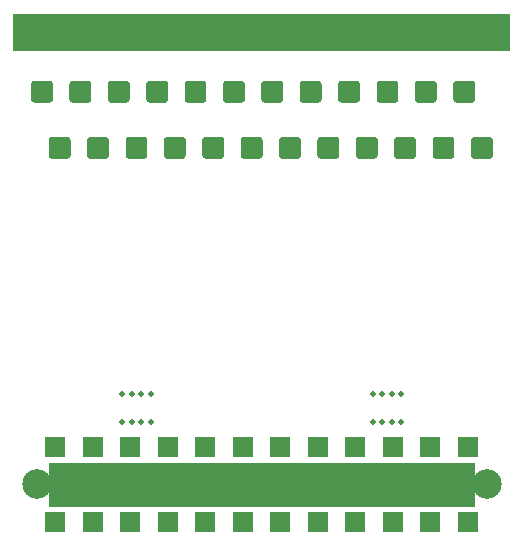
<source format=gbr>
%TF.GenerationSoftware,KiCad,Pcbnew,(5.1.10)-1*%
%TF.CreationDate,2021-08-21T19:47:19+01:00*%
%TF.ProjectId,SLT_interconnect,534c545f-696e-4746-9572-636f6e6e6563,00*%
%TF.SameCoordinates,Original*%
%TF.FileFunction,Soldermask,Bot*%
%TF.FilePolarity,Negative*%
%FSLAX46Y46*%
G04 Gerber Fmt 4.6, Leading zero omitted, Abs format (unit mm)*
G04 Created by KiCad (PCBNEW (5.1.10)-1) date 2021-08-21 19:47:19*
%MOMM*%
%LPD*%
G01*
G04 APERTURE LIST*
%ADD10C,0.100000*%
%ADD11C,0.500000*%
%ADD12C,2.500000*%
%ADD13R,1.700000X1.700000*%
G04 APERTURE END LIST*
D10*
G36*
X127100000Y-46100000D02*
G01*
X85100000Y-46100000D01*
X85100000Y-43000000D01*
X127100000Y-43000000D01*
X127100000Y-46100000D01*
G37*
X127100000Y-46100000D02*
X85100000Y-46100000D01*
X85100000Y-43000000D01*
X127100000Y-43000000D01*
X127100000Y-46100000D01*
G36*
X124150000Y-84650000D02*
G01*
X88150000Y-84650000D01*
X88150000Y-81050000D01*
X124150000Y-81050000D01*
X124150000Y-84650000D01*
G37*
X124150000Y-84650000D02*
X88150000Y-84650000D01*
X88150000Y-81050000D01*
X124150000Y-81050000D01*
X124150000Y-84650000D01*
D11*
%TO.C,REF\u002A\u002A*%
X117950000Y-77600000D03*
X117150000Y-77600000D03*
X116350000Y-77600000D03*
X115550000Y-77600000D03*
X117950000Y-75200000D03*
X117150000Y-75200000D03*
X116350000Y-75200000D03*
X115550000Y-75200000D03*
%TD*%
%TO.C,REF\u002A\u002A*%
X96750000Y-77600000D03*
X95950000Y-77600000D03*
X95150000Y-77600000D03*
X94350000Y-77600000D03*
X96750000Y-75200000D03*
X95950000Y-75200000D03*
X95150000Y-75200000D03*
X94350000Y-75200000D03*
%TD*%
D12*
%TO.C,REF\u002A\u002A*%
X125200000Y-82850000D03*
%TD*%
%TO.C,REF\u002A\u002A*%
X118850000Y-82850000D03*
%TD*%
%TO.C,REF\u002A\u002A*%
X112500000Y-82850000D03*
%TD*%
%TO.C,REF\u002A\u002A*%
X87100000Y-82850000D03*
%TD*%
%TO.C,REF\u002A\u002A*%
X93450000Y-82850000D03*
%TD*%
%TO.C,REF\u002A\u002A*%
X99800000Y-82850000D03*
%TD*%
%TO.C,REF\u002A\u002A*%
X106150000Y-82850000D03*
%TD*%
%TO.C,J124*%
G36*
G01*
X88125000Y-55025001D02*
X88125000Y-53674999D01*
G75*
G02*
X88374999Y-53425000I249999J0D01*
G01*
X89725001Y-53425000D01*
G75*
G02*
X89975000Y-53674999I0J-249999D01*
G01*
X89975000Y-55025001D01*
G75*
G02*
X89725001Y-55275000I-249999J0D01*
G01*
X88374999Y-55275000D01*
G75*
G02*
X88125000Y-55025001I0J249999D01*
G01*
G37*
%TD*%
%TO.C,J123*%
G36*
G01*
X91375000Y-55025001D02*
X91375000Y-53674999D01*
G75*
G02*
X91624999Y-53425000I249999J0D01*
G01*
X92975001Y-53425000D01*
G75*
G02*
X93225000Y-53674999I0J-249999D01*
G01*
X93225000Y-55025001D01*
G75*
G02*
X92975001Y-55275000I-249999J0D01*
G01*
X91624999Y-55275000D01*
G75*
G02*
X91375000Y-55025001I0J249999D01*
G01*
G37*
%TD*%
%TO.C,J122*%
G36*
G01*
X94625000Y-55025001D02*
X94625000Y-53674999D01*
G75*
G02*
X94874999Y-53425000I249999J0D01*
G01*
X96225001Y-53425000D01*
G75*
G02*
X96475000Y-53674999I0J-249999D01*
G01*
X96475000Y-55025001D01*
G75*
G02*
X96225001Y-55275000I-249999J0D01*
G01*
X94874999Y-55275000D01*
G75*
G02*
X94625000Y-55025001I0J249999D01*
G01*
G37*
%TD*%
%TO.C,J121*%
G36*
G01*
X97875000Y-55025001D02*
X97875000Y-53674999D01*
G75*
G02*
X98124999Y-53425000I249999J0D01*
G01*
X99475001Y-53425000D01*
G75*
G02*
X99725000Y-53674999I0J-249999D01*
G01*
X99725000Y-55025001D01*
G75*
G02*
X99475001Y-55275000I-249999J0D01*
G01*
X98124999Y-55275000D01*
G75*
G02*
X97875000Y-55025001I0J249999D01*
G01*
G37*
%TD*%
%TO.C,J120*%
G36*
G01*
X101125000Y-55025001D02*
X101125000Y-53674999D01*
G75*
G02*
X101374999Y-53425000I249999J0D01*
G01*
X102725001Y-53425000D01*
G75*
G02*
X102975000Y-53674999I0J-249999D01*
G01*
X102975000Y-55025001D01*
G75*
G02*
X102725001Y-55275000I-249999J0D01*
G01*
X101374999Y-55275000D01*
G75*
G02*
X101125000Y-55025001I0J249999D01*
G01*
G37*
%TD*%
%TO.C,J119*%
G36*
G01*
X104375000Y-55025001D02*
X104375000Y-53674999D01*
G75*
G02*
X104624999Y-53425000I249999J0D01*
G01*
X105975001Y-53425000D01*
G75*
G02*
X106225000Y-53674999I0J-249999D01*
G01*
X106225000Y-55025001D01*
G75*
G02*
X105975001Y-55275000I-249999J0D01*
G01*
X104624999Y-55275000D01*
G75*
G02*
X104375000Y-55025001I0J249999D01*
G01*
G37*
%TD*%
%TO.C,J118*%
G36*
G01*
X107625000Y-55025001D02*
X107625000Y-53674999D01*
G75*
G02*
X107874999Y-53425000I249999J0D01*
G01*
X109225001Y-53425000D01*
G75*
G02*
X109475000Y-53674999I0J-249999D01*
G01*
X109475000Y-55025001D01*
G75*
G02*
X109225001Y-55275000I-249999J0D01*
G01*
X107874999Y-55275000D01*
G75*
G02*
X107625000Y-55025001I0J249999D01*
G01*
G37*
%TD*%
%TO.C,J117*%
G36*
G01*
X110875000Y-55025001D02*
X110875000Y-53674999D01*
G75*
G02*
X111124999Y-53425000I249999J0D01*
G01*
X112475001Y-53425000D01*
G75*
G02*
X112725000Y-53674999I0J-249999D01*
G01*
X112725000Y-55025001D01*
G75*
G02*
X112475001Y-55275000I-249999J0D01*
G01*
X111124999Y-55275000D01*
G75*
G02*
X110875000Y-55025001I0J249999D01*
G01*
G37*
%TD*%
%TO.C,J116*%
G36*
G01*
X114125000Y-55025001D02*
X114125000Y-53674999D01*
G75*
G02*
X114374999Y-53425000I249999J0D01*
G01*
X115725001Y-53425000D01*
G75*
G02*
X115975000Y-53674999I0J-249999D01*
G01*
X115975000Y-55025001D01*
G75*
G02*
X115725001Y-55275000I-249999J0D01*
G01*
X114374999Y-55275000D01*
G75*
G02*
X114125000Y-55025001I0J249999D01*
G01*
G37*
%TD*%
%TO.C,J115*%
G36*
G01*
X117375000Y-55025001D02*
X117375000Y-53674999D01*
G75*
G02*
X117624999Y-53425000I249999J0D01*
G01*
X118975001Y-53425000D01*
G75*
G02*
X119225000Y-53674999I0J-249999D01*
G01*
X119225000Y-55025001D01*
G75*
G02*
X118975001Y-55275000I-249999J0D01*
G01*
X117624999Y-55275000D01*
G75*
G02*
X117375000Y-55025001I0J249999D01*
G01*
G37*
%TD*%
%TO.C,J114*%
G36*
G01*
X120625000Y-55025001D02*
X120625000Y-53674999D01*
G75*
G02*
X120874999Y-53425000I249999J0D01*
G01*
X122225001Y-53425000D01*
G75*
G02*
X122475000Y-53674999I0J-249999D01*
G01*
X122475000Y-55025001D01*
G75*
G02*
X122225001Y-55275000I-249999J0D01*
G01*
X120874999Y-55275000D01*
G75*
G02*
X120625000Y-55025001I0J249999D01*
G01*
G37*
%TD*%
%TO.C,J113*%
G36*
G01*
X123875000Y-55025001D02*
X123875000Y-53674999D01*
G75*
G02*
X124124999Y-53425000I249999J0D01*
G01*
X125475001Y-53425000D01*
G75*
G02*
X125725000Y-53674999I0J-249999D01*
G01*
X125725000Y-55025001D01*
G75*
G02*
X125475001Y-55275000I-249999J0D01*
G01*
X124124999Y-55275000D01*
G75*
G02*
X123875000Y-55025001I0J249999D01*
G01*
G37*
%TD*%
%TO.C,J112*%
G36*
G01*
X122375000Y-50275001D02*
X122375000Y-48924999D01*
G75*
G02*
X122624999Y-48675000I249999J0D01*
G01*
X123975001Y-48675000D01*
G75*
G02*
X124225000Y-48924999I0J-249999D01*
G01*
X124225000Y-50275001D01*
G75*
G02*
X123975001Y-50525000I-249999J0D01*
G01*
X122624999Y-50525000D01*
G75*
G02*
X122375000Y-50275001I0J249999D01*
G01*
G37*
%TD*%
%TO.C,J111*%
G36*
G01*
X119125000Y-50275001D02*
X119125000Y-48924999D01*
G75*
G02*
X119374999Y-48675000I249999J0D01*
G01*
X120725001Y-48675000D01*
G75*
G02*
X120975000Y-48924999I0J-249999D01*
G01*
X120975000Y-50275001D01*
G75*
G02*
X120725001Y-50525000I-249999J0D01*
G01*
X119374999Y-50525000D01*
G75*
G02*
X119125000Y-50275001I0J249999D01*
G01*
G37*
%TD*%
%TO.C,J110*%
G36*
G01*
X115875000Y-50275001D02*
X115875000Y-48924999D01*
G75*
G02*
X116124999Y-48675000I249999J0D01*
G01*
X117475001Y-48675000D01*
G75*
G02*
X117725000Y-48924999I0J-249999D01*
G01*
X117725000Y-50275001D01*
G75*
G02*
X117475001Y-50525000I-249999J0D01*
G01*
X116124999Y-50525000D01*
G75*
G02*
X115875000Y-50275001I0J249999D01*
G01*
G37*
%TD*%
%TO.C,J109*%
G36*
G01*
X112625000Y-50275001D02*
X112625000Y-48924999D01*
G75*
G02*
X112874999Y-48675000I249999J0D01*
G01*
X114225001Y-48675000D01*
G75*
G02*
X114475000Y-48924999I0J-249999D01*
G01*
X114475000Y-50275001D01*
G75*
G02*
X114225001Y-50525000I-249999J0D01*
G01*
X112874999Y-50525000D01*
G75*
G02*
X112625000Y-50275001I0J249999D01*
G01*
G37*
%TD*%
%TO.C,J108*%
G36*
G01*
X109375000Y-50275001D02*
X109375000Y-48924999D01*
G75*
G02*
X109624999Y-48675000I249999J0D01*
G01*
X110975001Y-48675000D01*
G75*
G02*
X111225000Y-48924999I0J-249999D01*
G01*
X111225000Y-50275001D01*
G75*
G02*
X110975001Y-50525000I-249999J0D01*
G01*
X109624999Y-50525000D01*
G75*
G02*
X109375000Y-50275001I0J249999D01*
G01*
G37*
%TD*%
%TO.C,J107*%
G36*
G01*
X106125000Y-50275001D02*
X106125000Y-48924999D01*
G75*
G02*
X106374999Y-48675000I249999J0D01*
G01*
X107725001Y-48675000D01*
G75*
G02*
X107975000Y-48924999I0J-249999D01*
G01*
X107975000Y-50275001D01*
G75*
G02*
X107725001Y-50525000I-249999J0D01*
G01*
X106374999Y-50525000D01*
G75*
G02*
X106125000Y-50275001I0J249999D01*
G01*
G37*
%TD*%
%TO.C,J106*%
G36*
G01*
X102875000Y-50275001D02*
X102875000Y-48924999D01*
G75*
G02*
X103124999Y-48675000I249999J0D01*
G01*
X104475001Y-48675000D01*
G75*
G02*
X104725000Y-48924999I0J-249999D01*
G01*
X104725000Y-50275001D01*
G75*
G02*
X104475001Y-50525000I-249999J0D01*
G01*
X103124999Y-50525000D01*
G75*
G02*
X102875000Y-50275001I0J249999D01*
G01*
G37*
%TD*%
%TO.C,J105*%
G36*
G01*
X99625000Y-50275001D02*
X99625000Y-48924999D01*
G75*
G02*
X99874999Y-48675000I249999J0D01*
G01*
X101225001Y-48675000D01*
G75*
G02*
X101475000Y-48924999I0J-249999D01*
G01*
X101475000Y-50275001D01*
G75*
G02*
X101225001Y-50525000I-249999J0D01*
G01*
X99874999Y-50525000D01*
G75*
G02*
X99625000Y-50275001I0J249999D01*
G01*
G37*
%TD*%
%TO.C,J104*%
G36*
G01*
X96375000Y-50275001D02*
X96375000Y-48924999D01*
G75*
G02*
X96624999Y-48675000I249999J0D01*
G01*
X97975001Y-48675000D01*
G75*
G02*
X98225000Y-48924999I0J-249999D01*
G01*
X98225000Y-50275001D01*
G75*
G02*
X97975001Y-50525000I-249999J0D01*
G01*
X96624999Y-50525000D01*
G75*
G02*
X96375000Y-50275001I0J249999D01*
G01*
G37*
%TD*%
%TO.C,J103*%
G36*
G01*
X93125000Y-50275001D02*
X93125000Y-48924999D01*
G75*
G02*
X93374999Y-48675000I249999J0D01*
G01*
X94725001Y-48675000D01*
G75*
G02*
X94975000Y-48924999I0J-249999D01*
G01*
X94975000Y-50275001D01*
G75*
G02*
X94725001Y-50525000I-249999J0D01*
G01*
X93374999Y-50525000D01*
G75*
G02*
X93125000Y-50275001I0J249999D01*
G01*
G37*
%TD*%
%TO.C,J102*%
G36*
G01*
X89875000Y-50275001D02*
X89875000Y-48924999D01*
G75*
G02*
X90124999Y-48675000I249999J0D01*
G01*
X91475001Y-48675000D01*
G75*
G02*
X91725000Y-48924999I0J-249999D01*
G01*
X91725000Y-50275001D01*
G75*
G02*
X91475001Y-50525000I-249999J0D01*
G01*
X90124999Y-50525000D01*
G75*
G02*
X89875000Y-50275001I0J249999D01*
G01*
G37*
%TD*%
%TO.C,J101*%
G36*
G01*
X86625000Y-50275001D02*
X86625000Y-48924999D01*
G75*
G02*
X86874999Y-48675000I249999J0D01*
G01*
X88225001Y-48675000D01*
G75*
G02*
X88475000Y-48924999I0J-249999D01*
G01*
X88475000Y-50275001D01*
G75*
G02*
X88225001Y-50525000I-249999J0D01*
G01*
X86874999Y-50525000D01*
G75*
G02*
X86625000Y-50275001I0J249999D01*
G01*
G37*
%TD*%
D13*
%TO.C,J24*%
X88687500Y-86025000D03*
%TD*%
%TO.C,J23*%
X91862500Y-86025000D03*
%TD*%
%TO.C,J22*%
X95037500Y-86025000D03*
%TD*%
%TO.C,J21*%
X98212500Y-86025000D03*
%TD*%
%TO.C,J20*%
X101387500Y-86025000D03*
%TD*%
%TO.C,J19*%
X104562500Y-86025000D03*
%TD*%
%TO.C,J18*%
X107737500Y-86025000D03*
%TD*%
%TO.C,J17*%
X110912500Y-86025000D03*
%TD*%
%TO.C,J16*%
X114087500Y-86025000D03*
%TD*%
%TO.C,J15*%
X117262500Y-86025000D03*
%TD*%
%TO.C,J14*%
X120437500Y-86025000D03*
%TD*%
%TO.C,J13*%
X123612500Y-86025000D03*
%TD*%
%TO.C,J12*%
X123612500Y-79675000D03*
%TD*%
%TO.C,J11*%
X120437500Y-79675000D03*
%TD*%
%TO.C,J10*%
X117262500Y-79675000D03*
%TD*%
%TO.C,J9*%
X114087500Y-79675000D03*
%TD*%
%TO.C,J8*%
X110912500Y-79675000D03*
%TD*%
%TO.C,J7*%
X107737500Y-79675000D03*
%TD*%
%TO.C,J6*%
X104562500Y-79675000D03*
%TD*%
%TO.C,J5*%
X101387500Y-79675000D03*
%TD*%
%TO.C,J4*%
X98212500Y-79675000D03*
%TD*%
%TO.C,J3*%
X95037500Y-79675000D03*
%TD*%
%TO.C,J2*%
X91862500Y-79675000D03*
%TD*%
%TO.C,J1*%
X88687500Y-79675000D03*
%TD*%
M02*

</source>
